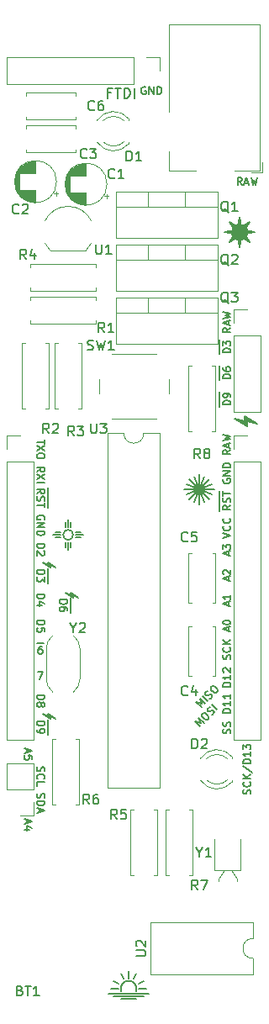
<source format=gto>
G04 #@! TF.GenerationSoftware,KiCad,Pcbnew,5.0.2-bee76a0~70~ubuntu16.04.1*
G04 #@! TF.CreationDate,2019-06-25T12:15:08-07:00*
G04 #@! TF.ProjectId,sunrise-board,73756e72-6973-4652-9d62-6f6172642e6b,v2*
G04 #@! TF.SameCoordinates,Original*
G04 #@! TF.FileFunction,Legend,Top*
G04 #@! TF.FilePolarity,Positive*
%FSLAX46Y46*%
G04 Gerber Fmt 4.6, Leading zero omitted, Abs format (unit mm)*
G04 Created by KiCad (PCBNEW 5.0.2-bee76a0~70~ubuntu16.04.1) date Tue 25 Jun 2019 12:15:08 PM PDT*
%MOMM*%
%LPD*%
G01*
G04 APERTURE LIST*
%ADD10C,0.152400*%
%ADD11C,0.150000*%
%ADD12C,1.270000*%
%ADD13C,0.762000*%
%ADD14C,0.120000*%
G04 APERTURE END LIST*
D10*
X136906000Y-143256000D02*
X136144000Y-143256000D01*
X138938000Y-143256000D02*
X139700000Y-143256000D01*
X137160002Y-143510000D02*
G75*
G02X138683999Y-143509999I761998J254000D01*
G01*
X136398000Y-144018000D02*
X139446000Y-144018000D01*
X139954000Y-143764000D02*
X135890000Y-143764000D01*
X137922000Y-142240000D02*
X137922000Y-141478000D01*
X138938000Y-142748000D02*
X139446000Y-142494000D01*
X138430000Y-142240000D02*
X138684000Y-141732000D01*
X136906000Y-142748000D02*
X136398000Y-142494000D01*
X137414000Y-142240000D02*
X137160000Y-141732000D01*
X137160000Y-144272000D02*
X138684000Y-144272000D01*
D11*
G36*
X150114000Y-68072000D02*
X148844000Y-67310000D01*
X149352000Y-66802000D01*
X150114000Y-68072000D01*
G37*
X150114000Y-68072000D02*
X148844000Y-67310000D01*
X149352000Y-66802000D01*
X150114000Y-68072000D01*
G36*
X148082000Y-68072000D02*
X148844000Y-66802000D01*
X149352000Y-67310000D01*
X148082000Y-68072000D01*
G37*
X148082000Y-68072000D02*
X148844000Y-66802000D01*
X149352000Y-67310000D01*
X148082000Y-68072000D01*
G36*
X148082000Y-66040000D02*
X149352000Y-66802000D01*
X148844000Y-67310000D01*
X148082000Y-66040000D01*
G37*
X148082000Y-66040000D02*
X149352000Y-66802000D01*
X148844000Y-67310000D01*
X148082000Y-66040000D01*
G36*
X150114000Y-66040000D02*
X149352000Y-67310000D01*
X148844000Y-66802000D01*
X150114000Y-66040000D01*
G37*
X150114000Y-66040000D02*
X149352000Y-67310000D01*
X148844000Y-66802000D01*
X150114000Y-66040000D01*
G36*
X150622000Y-67056000D02*
X149098000Y-67310000D01*
X149098000Y-66802000D01*
X150622000Y-67056000D01*
G37*
X150622000Y-67056000D02*
X149098000Y-67310000D01*
X149098000Y-66802000D01*
X150622000Y-67056000D01*
G36*
X149098000Y-68580000D02*
X148844000Y-67056000D01*
X149352000Y-67056000D01*
X149098000Y-68580000D01*
G37*
X149098000Y-68580000D02*
X148844000Y-67056000D01*
X149352000Y-67056000D01*
X149098000Y-68580000D01*
G36*
X147574000Y-67056000D02*
X149098000Y-66802000D01*
X149098000Y-67310000D01*
X147574000Y-67056000D01*
G37*
X147574000Y-67056000D02*
X149098000Y-66802000D01*
X149098000Y-67310000D01*
X147574000Y-67056000D01*
G36*
X149098000Y-65532000D02*
X149352000Y-67056000D01*
X148844000Y-67056000D01*
X149098000Y-65532000D01*
G37*
X149098000Y-65532000D02*
X149352000Y-67056000D01*
X148844000Y-67056000D01*
X149098000Y-65532000D01*
G36*
X149098000Y-65532000D02*
X149352000Y-67056000D01*
X148844000Y-67056000D01*
X149098000Y-65532000D01*
G37*
X149098000Y-65532000D02*
X149352000Y-67056000D01*
X148844000Y-67056000D01*
X149098000Y-65532000D01*
D12*
X149352000Y-67056000D02*
G75*
G03X149352000Y-67056000I-254000J0D01*
G01*
D10*
X146304000Y-93472000D02*
X143764000Y-92456000D01*
X143764000Y-93472000D02*
X146304000Y-92456000D01*
X145542000Y-91694000D02*
X144526000Y-94234000D01*
X145542000Y-94234000D02*
X144526000Y-91694000D01*
X144018000Y-91948000D02*
X146050000Y-93980000D01*
X144018000Y-93980000D02*
X146050000Y-91948000D01*
X145034000Y-91440000D02*
X145034000Y-94488000D01*
X146558000Y-92964000D02*
X143510000Y-92964000D01*
D13*
X145288000Y-92964000D02*
G75*
G03X145288000Y-92964000I-254000J0D01*
G01*
D10*
X131572000Y-98298000D02*
X131572000Y-98806000D01*
X132080000Y-98806000D02*
X132080000Y-98298000D01*
X131826000Y-98298000D02*
X131826000Y-99060000D01*
X131064000Y-97790000D02*
X130556000Y-97790000D01*
X131064000Y-97282000D02*
X130556000Y-97282000D01*
X131064000Y-97536000D02*
X130302000Y-97536000D01*
X131572000Y-96774000D02*
X131572000Y-96266000D01*
X132080000Y-96774000D02*
X132080000Y-96266000D01*
X131826000Y-96774000D02*
X131826000Y-96012000D01*
X132334000Y-97536000D02*
G75*
G03X132334000Y-97536000I-508000J0D01*
G01*
X132588000Y-97790000D02*
X133096000Y-97790000D01*
X132588000Y-97282000D02*
X133096000Y-97282000D01*
X132588000Y-97536000D02*
X133350000Y-97536000D01*
X149333857Y-62320714D02*
X149079857Y-61957857D01*
X148898428Y-62320714D02*
X148898428Y-61558714D01*
X149188714Y-61558714D01*
X149261285Y-61595000D01*
X149297571Y-61631285D01*
X149333857Y-61703857D01*
X149333857Y-61812714D01*
X149297571Y-61885285D01*
X149261285Y-61921571D01*
X149188714Y-61957857D01*
X148898428Y-61957857D01*
X149624142Y-62103000D02*
X149987000Y-62103000D01*
X149551571Y-62320714D02*
X149805571Y-61558714D01*
X150059571Y-62320714D01*
X150241000Y-61558714D02*
X150422428Y-62320714D01*
X150567571Y-61776428D01*
X150712714Y-62320714D01*
X150894142Y-61558714D01*
X127635000Y-119089714D02*
X127635000Y-119452571D01*
X127417285Y-119017142D02*
X128179285Y-119271142D01*
X127417285Y-119525142D01*
X128179285Y-120142000D02*
X128179285Y-119779142D01*
X127816428Y-119742857D01*
X127852714Y-119779142D01*
X127889000Y-119851714D01*
X127889000Y-120033142D01*
X127852714Y-120105714D01*
X127816428Y-120142000D01*
X127743857Y-120178285D01*
X127562428Y-120178285D01*
X127489857Y-120142000D01*
X127453571Y-120105714D01*
X127417285Y-120033142D01*
X127417285Y-119851714D01*
X127453571Y-119779142D01*
X127489857Y-119742857D01*
X127635000Y-126201714D02*
X127635000Y-126564571D01*
X127417285Y-126129142D02*
X128179285Y-126383142D01*
X127417285Y-126637142D01*
X127925285Y-127217714D02*
X127417285Y-127217714D01*
X128215571Y-127036285D02*
X127671285Y-126854857D01*
X127671285Y-127326571D01*
X147081240Y-84618285D02*
X147081240Y-83856285D01*
X148172714Y-84436857D02*
X147410714Y-84436857D01*
X147410714Y-84255428D01*
X147447000Y-84146571D01*
X147519571Y-84074000D01*
X147592142Y-84037714D01*
X147737285Y-84001428D01*
X147846142Y-84001428D01*
X147991285Y-84037714D01*
X148063857Y-84074000D01*
X148136428Y-84146571D01*
X148172714Y-84255428D01*
X148172714Y-84436857D01*
X147081240Y-83856285D02*
X147081240Y-83130571D01*
X148172714Y-83638571D02*
X148172714Y-83493428D01*
X148136428Y-83420857D01*
X148100142Y-83384571D01*
X147991285Y-83312000D01*
X147846142Y-83275714D01*
X147555857Y-83275714D01*
X147483285Y-83312000D01*
X147447000Y-83348285D01*
X147410714Y-83420857D01*
X147410714Y-83566000D01*
X147447000Y-83638571D01*
X147483285Y-83674857D01*
X147555857Y-83711142D01*
X147737285Y-83711142D01*
X147809857Y-83674857D01*
X147846142Y-83638571D01*
X147882428Y-83566000D01*
X147882428Y-83420857D01*
X147846142Y-83348285D01*
X147809857Y-83312000D01*
X147737285Y-83275714D01*
X147081240Y-81969428D02*
X147081240Y-81207428D01*
X148172714Y-81788000D02*
X147410714Y-81788000D01*
X147410714Y-81606571D01*
X147447000Y-81497714D01*
X147519571Y-81425142D01*
X147592142Y-81388857D01*
X147737285Y-81352571D01*
X147846142Y-81352571D01*
X147991285Y-81388857D01*
X148063857Y-81425142D01*
X148136428Y-81497714D01*
X148172714Y-81606571D01*
X148172714Y-81788000D01*
X147081240Y-81207428D02*
X147081240Y-80481714D01*
X147410714Y-80699428D02*
X147410714Y-80844571D01*
X147447000Y-80917142D01*
X147483285Y-80953428D01*
X147592142Y-81026000D01*
X147737285Y-81062285D01*
X148027571Y-81062285D01*
X148100142Y-81026000D01*
X148136428Y-80989714D01*
X148172714Y-80917142D01*
X148172714Y-80772000D01*
X148136428Y-80699428D01*
X148100142Y-80663142D01*
X148027571Y-80626857D01*
X147846142Y-80626857D01*
X147773571Y-80663142D01*
X147737285Y-80699428D01*
X147701000Y-80772000D01*
X147701000Y-80917142D01*
X147737285Y-80989714D01*
X147773571Y-81026000D01*
X147846142Y-81062285D01*
X128669142Y-108447840D02*
X129394857Y-108447840D01*
X129177142Y-108777314D02*
X129032000Y-108777314D01*
X128959428Y-108813600D01*
X128923142Y-108849885D01*
X128850571Y-108958742D01*
X128814285Y-109103885D01*
X128814285Y-109394171D01*
X128850571Y-109466742D01*
X128886857Y-109503028D01*
X128959428Y-109539314D01*
X129104571Y-109539314D01*
X129177142Y-109503028D01*
X129213428Y-109466742D01*
X129249714Y-109394171D01*
X129249714Y-109212742D01*
X129213428Y-109140171D01*
X129177142Y-109103885D01*
X129104571Y-109067600D01*
X128959428Y-109067600D01*
X128886857Y-109103885D01*
X128850571Y-109140171D01*
X128814285Y-109212742D01*
X128778000Y-111368114D02*
X129286000Y-111368114D01*
X128959428Y-112130114D01*
D11*
G36*
X148590000Y-85852000D02*
X149860000Y-86614000D01*
X149860000Y-86106000D01*
X150876000Y-86360000D01*
X149606000Y-85598000D01*
X149606000Y-86106000D01*
X148590000Y-85852000D01*
G37*
X148590000Y-85852000D02*
X149860000Y-86614000D01*
X149860000Y-86106000D01*
X150876000Y-86360000D01*
X149606000Y-85598000D01*
X149606000Y-86106000D01*
X148590000Y-85852000D01*
D10*
X147081240Y-79356857D02*
X147081240Y-78594857D01*
X148172714Y-79175428D02*
X147410714Y-79175428D01*
X147410714Y-78994000D01*
X147447000Y-78885142D01*
X147519571Y-78812571D01*
X147592142Y-78776285D01*
X147737285Y-78740000D01*
X147846142Y-78740000D01*
X147991285Y-78776285D01*
X148063857Y-78812571D01*
X148136428Y-78885142D01*
X148172714Y-78994000D01*
X148172714Y-79175428D01*
X147081240Y-78594857D02*
X147081240Y-77869142D01*
X147410714Y-78486000D02*
X147410714Y-78014285D01*
X147701000Y-78268285D01*
X147701000Y-78159428D01*
X147737285Y-78086857D01*
X147773571Y-78050571D01*
X147846142Y-78014285D01*
X148027571Y-78014285D01*
X148100142Y-78050571D01*
X148136428Y-78086857D01*
X148172714Y-78159428D01*
X148172714Y-78377142D01*
X148136428Y-78449714D01*
X148100142Y-78486000D01*
X148172714Y-76671714D02*
X147809857Y-76925714D01*
X148172714Y-77107142D02*
X147410714Y-77107142D01*
X147410714Y-76816857D01*
X147447000Y-76744285D01*
X147483285Y-76708000D01*
X147555857Y-76671714D01*
X147664714Y-76671714D01*
X147737285Y-76708000D01*
X147773571Y-76744285D01*
X147809857Y-76816857D01*
X147809857Y-77107142D01*
X147955000Y-76381428D02*
X147955000Y-76018571D01*
X148172714Y-76454000D02*
X147410714Y-76200000D01*
X148172714Y-75946000D01*
X147410714Y-75764571D02*
X148172714Y-75583142D01*
X147628428Y-75438000D01*
X148172714Y-75292857D01*
X147410714Y-75111428D01*
X150168428Y-123643571D02*
X150204714Y-123534714D01*
X150204714Y-123353285D01*
X150168428Y-123280714D01*
X150132142Y-123244428D01*
X150059571Y-123208142D01*
X149987000Y-123208142D01*
X149914428Y-123244428D01*
X149878142Y-123280714D01*
X149841857Y-123353285D01*
X149805571Y-123498428D01*
X149769285Y-123571000D01*
X149733000Y-123607285D01*
X149660428Y-123643571D01*
X149587857Y-123643571D01*
X149515285Y-123607285D01*
X149479000Y-123571000D01*
X149442714Y-123498428D01*
X149442714Y-123317000D01*
X149479000Y-123208142D01*
X150132142Y-122446142D02*
X150168428Y-122482428D01*
X150204714Y-122591285D01*
X150204714Y-122663857D01*
X150168428Y-122772714D01*
X150095857Y-122845285D01*
X150023285Y-122881571D01*
X149878142Y-122917857D01*
X149769285Y-122917857D01*
X149624142Y-122881571D01*
X149551571Y-122845285D01*
X149479000Y-122772714D01*
X149442714Y-122663857D01*
X149442714Y-122591285D01*
X149479000Y-122482428D01*
X149515285Y-122446142D01*
X150204714Y-122119571D02*
X149442714Y-122119571D01*
X150204714Y-121684142D02*
X149769285Y-122010714D01*
X149442714Y-121684142D02*
X149878142Y-122119571D01*
X149406428Y-120813285D02*
X150386142Y-121466428D01*
X150204714Y-120559285D02*
X149442714Y-120559285D01*
X149442714Y-120377857D01*
X149479000Y-120269000D01*
X149551571Y-120196428D01*
X149624142Y-120160142D01*
X149769285Y-120123857D01*
X149878142Y-120123857D01*
X150023285Y-120160142D01*
X150095857Y-120196428D01*
X150168428Y-120269000D01*
X150204714Y-120377857D01*
X150204714Y-120559285D01*
X150204714Y-119398142D02*
X150204714Y-119833571D01*
X150204714Y-119615857D02*
X149442714Y-119615857D01*
X149551571Y-119688428D01*
X149624142Y-119761000D01*
X149660428Y-119833571D01*
X149442714Y-119144142D02*
X149442714Y-118672428D01*
X149733000Y-118926428D01*
X149733000Y-118817571D01*
X149769285Y-118745000D01*
X149805571Y-118708714D01*
X149878142Y-118672428D01*
X150059571Y-118672428D01*
X150132142Y-118708714D01*
X150168428Y-118745000D01*
X150204714Y-118817571D01*
X150204714Y-119035285D01*
X150168428Y-119107857D01*
X150132142Y-119144142D01*
D11*
G36*
X130048000Y-100838000D02*
X130048000Y-100584000D01*
X130556000Y-100838000D01*
X129794000Y-100330000D01*
X129794000Y-100584000D01*
X129286000Y-100330000D01*
X130048000Y-100838000D01*
G37*
X130048000Y-100838000D02*
X130048000Y-100584000D01*
X130556000Y-100838000D01*
X129794000Y-100330000D01*
X129794000Y-100584000D01*
X129286000Y-100330000D01*
X130048000Y-100838000D01*
G36*
X132334000Y-103886000D02*
X132334000Y-103632000D01*
X132842000Y-103886000D01*
X132080000Y-103378000D01*
X132080000Y-103632000D01*
X131572000Y-103378000D01*
X132334000Y-103886000D01*
G37*
X132334000Y-103886000D02*
X132334000Y-103632000D01*
X132842000Y-103886000D01*
X132080000Y-103378000D01*
X132080000Y-103632000D01*
X131572000Y-103378000D01*
X132334000Y-103886000D01*
G36*
X130048000Y-116078000D02*
X130048000Y-115824000D01*
X130556000Y-116078000D01*
X129794000Y-115570000D01*
X129794000Y-115824000D01*
X129286000Y-115570000D01*
X130048000Y-116078000D01*
G37*
X130048000Y-116078000D02*
X130048000Y-115824000D01*
X130556000Y-116078000D01*
X129794000Y-115570000D01*
X129794000Y-115824000D01*
X129286000Y-115570000D01*
X130048000Y-116078000D01*
D10*
X128687285Y-113683142D02*
X129449285Y-113683142D01*
X129449285Y-113864571D01*
X129413000Y-113973428D01*
X129340428Y-114046000D01*
X129267857Y-114082285D01*
X129122714Y-114118571D01*
X129013857Y-114118571D01*
X128868714Y-114082285D01*
X128796142Y-114046000D01*
X128723571Y-113973428D01*
X128687285Y-113864571D01*
X128687285Y-113683142D01*
X129122714Y-114554000D02*
X129159000Y-114481428D01*
X129195285Y-114445142D01*
X129267857Y-114408857D01*
X129304142Y-114408857D01*
X129376714Y-114445142D01*
X129413000Y-114481428D01*
X129449285Y-114554000D01*
X129449285Y-114699142D01*
X129413000Y-114771714D01*
X129376714Y-114808000D01*
X129304142Y-114844285D01*
X129267857Y-114844285D01*
X129195285Y-114808000D01*
X129159000Y-114771714D01*
X129122714Y-114699142D01*
X129122714Y-114554000D01*
X129086428Y-114481428D01*
X129050142Y-114445142D01*
X128977571Y-114408857D01*
X128832428Y-114408857D01*
X128759857Y-114445142D01*
X128723571Y-114481428D01*
X128687285Y-114554000D01*
X128687285Y-114699142D01*
X128723571Y-114771714D01*
X128759857Y-114808000D01*
X128832428Y-114844285D01*
X128977571Y-114844285D01*
X129050142Y-114808000D01*
X129086428Y-114771714D01*
X129122714Y-114699142D01*
X129778760Y-116150571D02*
X129778760Y-116912571D01*
X128687285Y-116332000D02*
X129449285Y-116332000D01*
X129449285Y-116513428D01*
X129413000Y-116622285D01*
X129340428Y-116694857D01*
X129267857Y-116731142D01*
X129122714Y-116767428D01*
X129013857Y-116767428D01*
X128868714Y-116731142D01*
X128796142Y-116694857D01*
X128723571Y-116622285D01*
X128687285Y-116513428D01*
X128687285Y-116332000D01*
X129778760Y-116912571D02*
X129778760Y-117638285D01*
X128687285Y-117130285D02*
X128687285Y-117275428D01*
X128723571Y-117348000D01*
X128759857Y-117384285D01*
X128868714Y-117456857D01*
X129013857Y-117493142D01*
X129304142Y-117493142D01*
X129376714Y-117456857D01*
X129413000Y-117420571D01*
X129449285Y-117348000D01*
X129449285Y-117202857D01*
X129413000Y-117130285D01*
X129376714Y-117094000D01*
X129304142Y-117057714D01*
X129122714Y-117057714D01*
X129050142Y-117094000D01*
X129013857Y-117130285D01*
X128977571Y-117202857D01*
X128977571Y-117348000D01*
X129013857Y-117420571D01*
X129050142Y-117456857D01*
X129122714Y-117493142D01*
X128687285Y-103523142D02*
X129449285Y-103523142D01*
X129449285Y-103704571D01*
X129413000Y-103813428D01*
X129340428Y-103886000D01*
X129267857Y-103922285D01*
X129122714Y-103958571D01*
X129013857Y-103958571D01*
X128868714Y-103922285D01*
X128796142Y-103886000D01*
X128723571Y-103813428D01*
X128687285Y-103704571D01*
X128687285Y-103523142D01*
X129195285Y-104611714D02*
X128687285Y-104611714D01*
X129485571Y-104430285D02*
X128941285Y-104248857D01*
X128941285Y-104720571D01*
X128687285Y-106172000D02*
X129449285Y-106172000D01*
X129449285Y-106353428D01*
X129413000Y-106462285D01*
X129340428Y-106534857D01*
X129267857Y-106571142D01*
X129122714Y-106607428D01*
X129013857Y-106607428D01*
X128868714Y-106571142D01*
X128796142Y-106534857D01*
X128723571Y-106462285D01*
X128687285Y-106353428D01*
X128687285Y-106172000D01*
X129449285Y-107296857D02*
X129449285Y-106934000D01*
X129086428Y-106897714D01*
X129122714Y-106934000D01*
X129159000Y-107006571D01*
X129159000Y-107188000D01*
X129122714Y-107260571D01*
X129086428Y-107296857D01*
X129013857Y-107333142D01*
X128832428Y-107333142D01*
X128759857Y-107296857D01*
X128723571Y-107260571D01*
X128687285Y-107188000D01*
X128687285Y-107006571D01*
X128723571Y-106934000D01*
X128759857Y-106897714D01*
X128687285Y-98443142D02*
X129449285Y-98443142D01*
X129449285Y-98624571D01*
X129413000Y-98733428D01*
X129340428Y-98806000D01*
X129267857Y-98842285D01*
X129122714Y-98878571D01*
X129013857Y-98878571D01*
X128868714Y-98842285D01*
X128796142Y-98806000D01*
X128723571Y-98733428D01*
X128687285Y-98624571D01*
X128687285Y-98443142D01*
X129376714Y-99168857D02*
X129413000Y-99205142D01*
X129449285Y-99277714D01*
X129449285Y-99459142D01*
X129413000Y-99531714D01*
X129376714Y-99568000D01*
X129304142Y-99604285D01*
X129231571Y-99604285D01*
X129122714Y-99568000D01*
X128687285Y-99132571D01*
X128687285Y-99604285D01*
X129778760Y-100910571D02*
X129778760Y-101672571D01*
X128687285Y-101092000D02*
X129449285Y-101092000D01*
X129449285Y-101273428D01*
X129413000Y-101382285D01*
X129340428Y-101454857D01*
X129267857Y-101491142D01*
X129122714Y-101527428D01*
X129013857Y-101527428D01*
X128868714Y-101491142D01*
X128796142Y-101454857D01*
X128723571Y-101382285D01*
X128687285Y-101273428D01*
X128687285Y-101092000D01*
X129778760Y-101672571D02*
X129778760Y-102398285D01*
X129449285Y-101781428D02*
X129449285Y-102253142D01*
X129159000Y-101999142D01*
X129159000Y-102108000D01*
X129122714Y-102180571D01*
X129086428Y-102216857D01*
X129013857Y-102253142D01*
X128832428Y-102253142D01*
X128759857Y-102216857D01*
X128723571Y-102180571D01*
X128687285Y-102108000D01*
X128687285Y-101890285D01*
X128723571Y-101817714D01*
X128759857Y-101781428D01*
X129778760Y-92764428D02*
X129778760Y-93526428D01*
X128687285Y-93381285D02*
X129050142Y-93127285D01*
X128687285Y-92945857D02*
X129449285Y-92945857D01*
X129449285Y-93236142D01*
X129413000Y-93308714D01*
X129376714Y-93345000D01*
X129304142Y-93381285D01*
X129195285Y-93381285D01*
X129122714Y-93345000D01*
X129086428Y-93308714D01*
X129050142Y-93236142D01*
X129050142Y-92945857D01*
X129778760Y-93526428D02*
X129778760Y-94252142D01*
X128723571Y-93671571D02*
X128687285Y-93780428D01*
X128687285Y-93961857D01*
X128723571Y-94034428D01*
X128759857Y-94070714D01*
X128832428Y-94107000D01*
X128905000Y-94107000D01*
X128977571Y-94070714D01*
X129013857Y-94034428D01*
X129050142Y-93961857D01*
X129086428Y-93816714D01*
X129122714Y-93744142D01*
X129159000Y-93707857D01*
X129231571Y-93671571D01*
X129304142Y-93671571D01*
X129376714Y-93707857D01*
X129413000Y-93744142D01*
X129449285Y-93816714D01*
X129449285Y-93998142D01*
X129413000Y-94107000D01*
X129778760Y-94252142D02*
X129778760Y-94832714D01*
X129449285Y-94324714D02*
X129449285Y-94760142D01*
X128687285Y-94542428D02*
X129449285Y-94542428D01*
X129413000Y-95993857D02*
X129449285Y-95921285D01*
X129449285Y-95812428D01*
X129413000Y-95703571D01*
X129340428Y-95631000D01*
X129267857Y-95594714D01*
X129122714Y-95558428D01*
X129013857Y-95558428D01*
X128868714Y-95594714D01*
X128796142Y-95631000D01*
X128723571Y-95703571D01*
X128687285Y-95812428D01*
X128687285Y-95885000D01*
X128723571Y-95993857D01*
X128759857Y-96030142D01*
X129013857Y-96030142D01*
X129013857Y-95885000D01*
X128687285Y-96356714D02*
X129449285Y-96356714D01*
X128687285Y-96792142D01*
X129449285Y-96792142D01*
X128687285Y-97155000D02*
X129449285Y-97155000D01*
X129449285Y-97336428D01*
X129413000Y-97445285D01*
X129340428Y-97517857D01*
X129267857Y-97554142D01*
X129122714Y-97590428D01*
X129013857Y-97590428D01*
X128868714Y-97554142D01*
X128796142Y-97517857D01*
X128723571Y-97445285D01*
X128687285Y-97336428D01*
X128687285Y-97155000D01*
X129449285Y-87974714D02*
X129449285Y-88410142D01*
X128687285Y-88192428D02*
X129449285Y-88192428D01*
X129449285Y-88591571D02*
X128687285Y-89099571D01*
X129449285Y-89099571D02*
X128687285Y-88591571D01*
X129449285Y-89535000D02*
X129449285Y-89680142D01*
X129413000Y-89752714D01*
X129340428Y-89825285D01*
X129195285Y-89861571D01*
X128941285Y-89861571D01*
X128796142Y-89825285D01*
X128723571Y-89752714D01*
X128687285Y-89680142D01*
X128687285Y-89535000D01*
X128723571Y-89462428D01*
X128796142Y-89389857D01*
X128941285Y-89353571D01*
X129195285Y-89353571D01*
X129340428Y-89389857D01*
X129413000Y-89462428D01*
X129449285Y-89535000D01*
X128687285Y-91204142D02*
X129050142Y-90950142D01*
X128687285Y-90768714D02*
X129449285Y-90768714D01*
X129449285Y-91059000D01*
X129413000Y-91131571D01*
X129376714Y-91167857D01*
X129304142Y-91204142D01*
X129195285Y-91204142D01*
X129122714Y-91167857D01*
X129086428Y-91131571D01*
X129050142Y-91059000D01*
X129050142Y-90768714D01*
X129449285Y-91458142D02*
X128687285Y-91966142D01*
X129449285Y-91966142D02*
X128687285Y-91458142D01*
X128687285Y-92256428D02*
X129449285Y-92256428D01*
X145253361Y-114922151D02*
X144714546Y-114383336D01*
X145279019Y-114588599D01*
X145073756Y-114024126D01*
X145612572Y-114562941D01*
X145869150Y-114306362D02*
X145330335Y-113767547D01*
X146074413Y-114049783D02*
X146177045Y-113998468D01*
X146305334Y-113870178D01*
X146330992Y-113793205D01*
X146330992Y-113741889D01*
X146305334Y-113664915D01*
X146254019Y-113613600D01*
X146177045Y-113587942D01*
X146125729Y-113587942D01*
X146048756Y-113613600D01*
X145920466Y-113690573D01*
X145843493Y-113716231D01*
X145792177Y-113716231D01*
X145715203Y-113690573D01*
X145663887Y-113639257D01*
X145638230Y-113562284D01*
X145638230Y-113510968D01*
X145663887Y-113433994D01*
X145792177Y-113305705D01*
X145894808Y-113254389D01*
X146202703Y-112895179D02*
X146305334Y-112792548D01*
X146382308Y-112766890D01*
X146484939Y-112766890D01*
X146613229Y-112843863D01*
X146792834Y-113023468D01*
X146869808Y-113151758D01*
X146869808Y-113254389D01*
X146844150Y-113331363D01*
X146741518Y-113433994D01*
X146664545Y-113459652D01*
X146561913Y-113459652D01*
X146433624Y-113382679D01*
X146254019Y-113203074D01*
X146177045Y-113074784D01*
X146177045Y-112972153D01*
X146202703Y-112895179D01*
X145143032Y-116864452D02*
X144604217Y-116325637D01*
X145168690Y-116530900D01*
X144963427Y-115966427D01*
X145502243Y-116505242D01*
X145322638Y-115607216D02*
X145425269Y-115504585D01*
X145502243Y-115478927D01*
X145604874Y-115478927D01*
X145733164Y-115555901D01*
X145912769Y-115735506D01*
X145989742Y-115863795D01*
X145989742Y-115966427D01*
X145964084Y-116043400D01*
X145861453Y-116146032D01*
X145784479Y-116171690D01*
X145681848Y-116171690D01*
X145553558Y-116094716D01*
X145373953Y-115915111D01*
X145296980Y-115786821D01*
X145296980Y-115684190D01*
X145322638Y-115607216D01*
X146271979Y-115684190D02*
X146374610Y-115632874D01*
X146502900Y-115504585D01*
X146528558Y-115427611D01*
X146528558Y-115376295D01*
X146502900Y-115299322D01*
X146451584Y-115248006D01*
X146374610Y-115222348D01*
X146323295Y-115222348D01*
X146246321Y-115248006D01*
X146118032Y-115324980D01*
X146041058Y-115350638D01*
X145989742Y-115350638D01*
X145912769Y-115324980D01*
X145861453Y-115273664D01*
X145835795Y-115196690D01*
X145835795Y-115145375D01*
X145861453Y-115068401D01*
X145989742Y-114940112D01*
X146092374Y-114888796D01*
X146836452Y-115171032D02*
X146297637Y-114632217D01*
X147955000Y-102144285D02*
X147955000Y-101781428D01*
X148172714Y-102216857D02*
X147410714Y-101962857D01*
X148172714Y-101708857D01*
X147483285Y-101491142D02*
X147447000Y-101454857D01*
X147410714Y-101382285D01*
X147410714Y-101200857D01*
X147447000Y-101128285D01*
X147483285Y-101092000D01*
X147555857Y-101055714D01*
X147628428Y-101055714D01*
X147737285Y-101092000D01*
X148172714Y-101527428D01*
X148172714Y-101055714D01*
X147955000Y-99604285D02*
X147955000Y-99241428D01*
X148172714Y-99676857D02*
X147410714Y-99422857D01*
X148172714Y-99168857D01*
X147410714Y-98987428D02*
X147410714Y-98515714D01*
X147701000Y-98769714D01*
X147701000Y-98660857D01*
X147737285Y-98588285D01*
X147773571Y-98552000D01*
X147846142Y-98515714D01*
X148027571Y-98515714D01*
X148100142Y-98552000D01*
X148136428Y-98588285D01*
X148172714Y-98660857D01*
X148172714Y-98878571D01*
X148136428Y-98951142D01*
X148100142Y-98987428D01*
X147955000Y-107224285D02*
X147955000Y-106861428D01*
X148172714Y-107296857D02*
X147410714Y-107042857D01*
X148172714Y-106788857D01*
X147410714Y-106389714D02*
X147410714Y-106317142D01*
X147447000Y-106244571D01*
X147483285Y-106208285D01*
X147555857Y-106172000D01*
X147701000Y-106135714D01*
X147882428Y-106135714D01*
X148027571Y-106172000D01*
X148100142Y-106208285D01*
X148136428Y-106244571D01*
X148172714Y-106317142D01*
X148172714Y-106389714D01*
X148136428Y-106462285D01*
X148100142Y-106498571D01*
X148027571Y-106534857D01*
X147882428Y-106571142D01*
X147701000Y-106571142D01*
X147555857Y-106534857D01*
X147483285Y-106498571D01*
X147447000Y-106462285D01*
X147410714Y-106389714D01*
X147955000Y-104684285D02*
X147955000Y-104321428D01*
X148172714Y-104756857D02*
X147410714Y-104502857D01*
X148172714Y-104248857D01*
X148172714Y-103595714D02*
X148172714Y-104031142D01*
X148172714Y-103813428D02*
X147410714Y-103813428D01*
X147519571Y-103886000D01*
X147592142Y-103958571D01*
X147628428Y-104031142D01*
X148172714Y-112830428D02*
X147410714Y-112830428D01*
X147410714Y-112649000D01*
X147447000Y-112540142D01*
X147519571Y-112467571D01*
X147592142Y-112431285D01*
X147737285Y-112395000D01*
X147846142Y-112395000D01*
X147991285Y-112431285D01*
X148063857Y-112467571D01*
X148136428Y-112540142D01*
X148172714Y-112649000D01*
X148172714Y-112830428D01*
X148172714Y-111669285D02*
X148172714Y-112104714D01*
X148172714Y-111887000D02*
X147410714Y-111887000D01*
X147519571Y-111959571D01*
X147592142Y-112032142D01*
X147628428Y-112104714D01*
X147483285Y-111379000D02*
X147447000Y-111342714D01*
X147410714Y-111270142D01*
X147410714Y-111088714D01*
X147447000Y-111016142D01*
X147483285Y-110979857D01*
X147555857Y-110943571D01*
X147628428Y-110943571D01*
X147737285Y-110979857D01*
X148172714Y-111415285D01*
X148172714Y-110943571D01*
X148136428Y-110072714D02*
X148172714Y-109963857D01*
X148172714Y-109782428D01*
X148136428Y-109709857D01*
X148100142Y-109673571D01*
X148027571Y-109637285D01*
X147955000Y-109637285D01*
X147882428Y-109673571D01*
X147846142Y-109709857D01*
X147809857Y-109782428D01*
X147773571Y-109927571D01*
X147737285Y-110000142D01*
X147701000Y-110036428D01*
X147628428Y-110072714D01*
X147555857Y-110072714D01*
X147483285Y-110036428D01*
X147447000Y-110000142D01*
X147410714Y-109927571D01*
X147410714Y-109746142D01*
X147447000Y-109637285D01*
X148100142Y-108875285D02*
X148136428Y-108911571D01*
X148172714Y-109020428D01*
X148172714Y-109093000D01*
X148136428Y-109201857D01*
X148063857Y-109274428D01*
X147991285Y-109310714D01*
X147846142Y-109347000D01*
X147737285Y-109347000D01*
X147592142Y-109310714D01*
X147519571Y-109274428D01*
X147447000Y-109201857D01*
X147410714Y-109093000D01*
X147410714Y-109020428D01*
X147447000Y-108911571D01*
X147483285Y-108875285D01*
X148172714Y-108548714D02*
X147410714Y-108548714D01*
X148172714Y-108113285D02*
X147737285Y-108439857D01*
X147410714Y-108113285D02*
X147846142Y-108548714D01*
X147410714Y-97844428D02*
X148172714Y-97590428D01*
X147410714Y-97336428D01*
X148100142Y-96647000D02*
X148136428Y-96683285D01*
X148172714Y-96792142D01*
X148172714Y-96864714D01*
X148136428Y-96973571D01*
X148063857Y-97046142D01*
X147991285Y-97082428D01*
X147846142Y-97118714D01*
X147737285Y-97118714D01*
X147592142Y-97082428D01*
X147519571Y-97046142D01*
X147447000Y-96973571D01*
X147410714Y-96864714D01*
X147410714Y-96792142D01*
X147447000Y-96683285D01*
X147483285Y-96647000D01*
X148100142Y-95885000D02*
X148136428Y-95921285D01*
X148172714Y-96030142D01*
X148172714Y-96102714D01*
X148136428Y-96211571D01*
X148063857Y-96284142D01*
X147991285Y-96320428D01*
X147846142Y-96356714D01*
X147737285Y-96356714D01*
X147592142Y-96320428D01*
X147519571Y-96284142D01*
X147447000Y-96211571D01*
X147410714Y-96102714D01*
X147410714Y-96030142D01*
X147447000Y-95921285D01*
X147483285Y-95885000D01*
X147081240Y-95159285D02*
X147081240Y-94397285D01*
X148172714Y-94542428D02*
X147809857Y-94796428D01*
X148172714Y-94977857D02*
X147410714Y-94977857D01*
X147410714Y-94687571D01*
X147447000Y-94615000D01*
X147483285Y-94578714D01*
X147555857Y-94542428D01*
X147664714Y-94542428D01*
X147737285Y-94578714D01*
X147773571Y-94615000D01*
X147809857Y-94687571D01*
X147809857Y-94977857D01*
X147081240Y-94397285D02*
X147081240Y-93671571D01*
X148136428Y-94252142D02*
X148172714Y-94143285D01*
X148172714Y-93961857D01*
X148136428Y-93889285D01*
X148100142Y-93853000D01*
X148027571Y-93816714D01*
X147955000Y-93816714D01*
X147882428Y-93853000D01*
X147846142Y-93889285D01*
X147809857Y-93961857D01*
X147773571Y-94107000D01*
X147737285Y-94179571D01*
X147701000Y-94215857D01*
X147628428Y-94252142D01*
X147555857Y-94252142D01*
X147483285Y-94215857D01*
X147447000Y-94179571D01*
X147410714Y-94107000D01*
X147410714Y-93925571D01*
X147447000Y-93816714D01*
X147081240Y-93671571D02*
X147081240Y-93091000D01*
X147410714Y-93599000D02*
X147410714Y-93163571D01*
X148172714Y-93381285D02*
X147410714Y-93381285D01*
X147447000Y-91929857D02*
X147410714Y-92002428D01*
X147410714Y-92111285D01*
X147447000Y-92220142D01*
X147519571Y-92292714D01*
X147592142Y-92329000D01*
X147737285Y-92365285D01*
X147846142Y-92365285D01*
X147991285Y-92329000D01*
X148063857Y-92292714D01*
X148136428Y-92220142D01*
X148172714Y-92111285D01*
X148172714Y-92038714D01*
X148136428Y-91929857D01*
X148100142Y-91893571D01*
X147846142Y-91893571D01*
X147846142Y-92038714D01*
X148172714Y-91567000D02*
X147410714Y-91567000D01*
X148172714Y-91131571D01*
X147410714Y-91131571D01*
X148172714Y-90768714D02*
X147410714Y-90768714D01*
X147410714Y-90587285D01*
X147447000Y-90478428D01*
X147519571Y-90405857D01*
X147592142Y-90369571D01*
X147737285Y-90333285D01*
X147846142Y-90333285D01*
X147991285Y-90369571D01*
X148063857Y-90405857D01*
X148136428Y-90478428D01*
X148172714Y-90587285D01*
X148172714Y-90768714D01*
X148172714Y-88990714D02*
X147809857Y-89244714D01*
X148172714Y-89426142D02*
X147410714Y-89426142D01*
X147410714Y-89135857D01*
X147447000Y-89063285D01*
X147483285Y-89027000D01*
X147555857Y-88990714D01*
X147664714Y-88990714D01*
X147737285Y-89027000D01*
X147773571Y-89063285D01*
X147809857Y-89135857D01*
X147809857Y-89426142D01*
X147955000Y-88700428D02*
X147955000Y-88337571D01*
X148172714Y-88773000D02*
X147410714Y-88519000D01*
X148172714Y-88265000D01*
X147410714Y-88083571D02*
X148172714Y-87902142D01*
X147628428Y-87757000D01*
X148172714Y-87611857D01*
X147410714Y-87430428D01*
X148136428Y-117547571D02*
X148172714Y-117438714D01*
X148172714Y-117257285D01*
X148136428Y-117184714D01*
X148100142Y-117148428D01*
X148027571Y-117112142D01*
X147955000Y-117112142D01*
X147882428Y-117148428D01*
X147846142Y-117184714D01*
X147809857Y-117257285D01*
X147773571Y-117402428D01*
X147737285Y-117475000D01*
X147701000Y-117511285D01*
X147628428Y-117547571D01*
X147555857Y-117547571D01*
X147483285Y-117511285D01*
X147447000Y-117475000D01*
X147410714Y-117402428D01*
X147410714Y-117221000D01*
X147447000Y-117112142D01*
X148136428Y-116821857D02*
X148172714Y-116713000D01*
X148172714Y-116531571D01*
X148136428Y-116459000D01*
X148100142Y-116422714D01*
X148027571Y-116386428D01*
X147955000Y-116386428D01*
X147882428Y-116422714D01*
X147846142Y-116459000D01*
X147809857Y-116531571D01*
X147773571Y-116676714D01*
X147737285Y-116749285D01*
X147701000Y-116785571D01*
X147628428Y-116821857D01*
X147555857Y-116821857D01*
X147483285Y-116785571D01*
X147447000Y-116749285D01*
X147410714Y-116676714D01*
X147410714Y-116495285D01*
X147447000Y-116386428D01*
X148172714Y-115479285D02*
X147410714Y-115479285D01*
X147410714Y-115297857D01*
X147447000Y-115189000D01*
X147519571Y-115116428D01*
X147592142Y-115080142D01*
X147737285Y-115043857D01*
X147846142Y-115043857D01*
X147991285Y-115080142D01*
X148063857Y-115116428D01*
X148136428Y-115189000D01*
X148172714Y-115297857D01*
X148172714Y-115479285D01*
X148172714Y-114318142D02*
X148172714Y-114753571D01*
X148172714Y-114535857D02*
X147410714Y-114535857D01*
X147519571Y-114608428D01*
X147592142Y-114681000D01*
X147628428Y-114753571D01*
X148172714Y-113592428D02*
X148172714Y-114027857D01*
X148172714Y-113810142D02*
X147410714Y-113810142D01*
X147519571Y-113882714D01*
X147592142Y-113955285D01*
X147628428Y-114027857D01*
X136168190Y-53013428D02*
X135829523Y-53013428D01*
X135829523Y-53545619D02*
X135829523Y-52529619D01*
X136313333Y-52529619D01*
X136555238Y-52529619D02*
X137135809Y-52529619D01*
X136845523Y-53545619D02*
X136845523Y-52529619D01*
X137474476Y-53545619D02*
X137474476Y-52529619D01*
X137716380Y-52529619D01*
X137861523Y-52578000D01*
X137958285Y-52674761D01*
X138006666Y-52771523D01*
X138055047Y-52965047D01*
X138055047Y-53110190D01*
X138006666Y-53303714D01*
X137958285Y-53400476D01*
X137861523Y-53497238D01*
X137716380Y-53545619D01*
X137474476Y-53545619D01*
X138490476Y-53545619D02*
X138490476Y-52529619D01*
X139627428Y-52451000D02*
X139554857Y-52414714D01*
X139446000Y-52414714D01*
X139337142Y-52451000D01*
X139264571Y-52523571D01*
X139228285Y-52596142D01*
X139192000Y-52741285D01*
X139192000Y-52850142D01*
X139228285Y-52995285D01*
X139264571Y-53067857D01*
X139337142Y-53140428D01*
X139446000Y-53176714D01*
X139518571Y-53176714D01*
X139627428Y-53140428D01*
X139663714Y-53104142D01*
X139663714Y-52850142D01*
X139518571Y-52850142D01*
X139990285Y-53176714D02*
X139990285Y-52414714D01*
X140425714Y-53176714D01*
X140425714Y-52414714D01*
X140788571Y-53176714D02*
X140788571Y-52414714D01*
X140970000Y-52414714D01*
X141078857Y-52451000D01*
X141151428Y-52523571D01*
X141187714Y-52596142D01*
X141224000Y-52741285D01*
X141224000Y-52850142D01*
X141187714Y-52995285D01*
X141151428Y-53067857D01*
X141078857Y-53140428D01*
X140970000Y-53176714D01*
X140788571Y-53176714D01*
X132064760Y-103904142D02*
X132064760Y-104666142D01*
X130973285Y-104085571D02*
X131735285Y-104085571D01*
X131735285Y-104267000D01*
X131699000Y-104375857D01*
X131626428Y-104448428D01*
X131553857Y-104484714D01*
X131408714Y-104521000D01*
X131299857Y-104521000D01*
X131154714Y-104484714D01*
X131082142Y-104448428D01*
X131009571Y-104375857D01*
X130973285Y-104267000D01*
X130973285Y-104085571D01*
X132064760Y-104666142D02*
X132064760Y-105391857D01*
X131735285Y-105174142D02*
X131735285Y-105029000D01*
X131699000Y-104956428D01*
X131662714Y-104920142D01*
X131553857Y-104847571D01*
X131408714Y-104811285D01*
X131118428Y-104811285D01*
X131045857Y-104847571D01*
X131009571Y-104883857D01*
X130973285Y-104956428D01*
X130973285Y-105101571D01*
X131009571Y-105174142D01*
X131045857Y-105210428D01*
X131118428Y-105246714D01*
X131299857Y-105246714D01*
X131372428Y-105210428D01*
X131408714Y-105174142D01*
X131445000Y-105101571D01*
X131445000Y-104956428D01*
X131408714Y-104883857D01*
X131372428Y-104847571D01*
X131299857Y-104811285D01*
X128723571Y-120922142D02*
X128687285Y-121031000D01*
X128687285Y-121212428D01*
X128723571Y-121285000D01*
X128759857Y-121321285D01*
X128832428Y-121357571D01*
X128905000Y-121357571D01*
X128977571Y-121321285D01*
X129013857Y-121285000D01*
X129050142Y-121212428D01*
X129086428Y-121067285D01*
X129122714Y-120994714D01*
X129159000Y-120958428D01*
X129231571Y-120922142D01*
X129304142Y-120922142D01*
X129376714Y-120958428D01*
X129413000Y-120994714D01*
X129449285Y-121067285D01*
X129449285Y-121248714D01*
X129413000Y-121357571D01*
X128759857Y-122119571D02*
X128723571Y-122083285D01*
X128687285Y-121974428D01*
X128687285Y-121901857D01*
X128723571Y-121793000D01*
X128796142Y-121720428D01*
X128868714Y-121684142D01*
X129013857Y-121647857D01*
X129122714Y-121647857D01*
X129267857Y-121684142D01*
X129340428Y-121720428D01*
X129413000Y-121793000D01*
X129449285Y-121901857D01*
X129449285Y-121974428D01*
X129413000Y-122083285D01*
X129376714Y-122119571D01*
X128687285Y-122809000D02*
X128687285Y-122446142D01*
X129449285Y-122446142D01*
X128723571Y-123607285D02*
X128687285Y-123716142D01*
X128687285Y-123897571D01*
X128723571Y-123970142D01*
X128759857Y-124006428D01*
X128832428Y-124042714D01*
X128905000Y-124042714D01*
X128977571Y-124006428D01*
X129013857Y-123970142D01*
X129050142Y-123897571D01*
X129086428Y-123752428D01*
X129122714Y-123679857D01*
X129159000Y-123643571D01*
X129231571Y-123607285D01*
X129304142Y-123607285D01*
X129376714Y-123643571D01*
X129413000Y-123679857D01*
X129449285Y-123752428D01*
X129449285Y-123933857D01*
X129413000Y-124042714D01*
X128687285Y-124369285D02*
X129449285Y-124369285D01*
X129449285Y-124550714D01*
X129413000Y-124659571D01*
X129340428Y-124732142D01*
X129267857Y-124768428D01*
X129122714Y-124804714D01*
X129013857Y-124804714D01*
X128868714Y-124768428D01*
X128796142Y-124732142D01*
X128723571Y-124659571D01*
X128687285Y-124550714D01*
X128687285Y-124369285D01*
X128905000Y-125095000D02*
X128905000Y-125457857D01*
X128687285Y-125022428D02*
X129449285Y-125276428D01*
X128687285Y-125530428D01*
D14*
G04 #@! TO.C,Y2*
X129618000Y-112030000D02*
X129618000Y-109030000D01*
X133018000Y-112030000D02*
X133018000Y-109030000D01*
X130269039Y-113367790D02*
G75*
G02X129618000Y-112030000I1048961J1337790D01*
G01*
X130269039Y-107692210D02*
G75*
G03X129618000Y-109030000I1048961J-1337790D01*
G01*
X132366961Y-113367790D02*
G75*
G03X133018000Y-112030000I-1048961J1337790D01*
G01*
X132366961Y-107692210D02*
G75*
G02X133018000Y-109030000I-1048961J-1337790D01*
G01*
G04 #@! TO.C,Y1*
X149194000Y-128146000D02*
X149194000Y-131296000D01*
X149194000Y-131296000D02*
X146594000Y-131296000D01*
X146594000Y-131296000D02*
X146594000Y-128146000D01*
X148244000Y-131296000D02*
X148844000Y-132196000D01*
X148844000Y-132196000D02*
X148844000Y-132396000D01*
X147544000Y-131296000D02*
X146944000Y-132196000D01*
X146944000Y-132196000D02*
X146944000Y-132396000D01*
G04 #@! TO.C,U3*
X139430000Y-87316000D02*
G75*
G02X137430000Y-87316000I-1000000J0D01*
G01*
X137430000Y-87316000D02*
X135780000Y-87316000D01*
X135780000Y-87316000D02*
X135780000Y-122996000D01*
X135780000Y-122996000D02*
X141080000Y-122996000D01*
X141080000Y-122996000D02*
X141080000Y-87316000D01*
X141080000Y-87316000D02*
X139430000Y-87316000D01*
G04 #@! TO.C,U2*
X150428000Y-140192000D02*
G75*
G02X150428000Y-138192000I0J1000000D01*
G01*
X150428000Y-138192000D02*
X150428000Y-136542000D01*
X150428000Y-136542000D02*
X140148000Y-136542000D01*
X140148000Y-136542000D02*
X140148000Y-141842000D01*
X140148000Y-141842000D02*
X150428000Y-141842000D01*
X150428000Y-141842000D02*
X150428000Y-140192000D01*
G04 #@! TO.C,U1*
X130026000Y-68906000D02*
X133626000Y-68906000D01*
X129501816Y-68178795D02*
G75*
G03X130026000Y-68906000I2324184J1122795D01*
G01*
X129469600Y-65957193D02*
G75*
G02X131826000Y-64456000I2356400J-1098807D01*
G01*
X134182400Y-65957193D02*
G75*
G03X131826000Y-64456000I-2356400J-1098807D01*
G01*
X134150184Y-68178795D02*
G75*
G02X133626000Y-68906000I-2324184J1122795D01*
G01*
G04 #@! TO.C,R8*
X146328000Y-80550000D02*
X146658000Y-80550000D01*
X146658000Y-80550000D02*
X146658000Y-87090000D01*
X146658000Y-87090000D02*
X146328000Y-87090000D01*
X144248000Y-80550000D02*
X143918000Y-80550000D01*
X143918000Y-80550000D02*
X143918000Y-87090000D01*
X143918000Y-87090000D02*
X144248000Y-87090000D01*
G04 #@! TO.C,R7*
X144372000Y-125254000D02*
X144042000Y-125254000D01*
X144372000Y-131794000D02*
X144372000Y-125254000D01*
X144042000Y-131794000D02*
X144372000Y-131794000D01*
X141632000Y-125254000D02*
X141962000Y-125254000D01*
X141632000Y-131794000D02*
X141632000Y-125254000D01*
X141962000Y-131794000D02*
X141632000Y-131794000D01*
G04 #@! TO.C,R6*
X130532000Y-124682000D02*
X130202000Y-124682000D01*
X130202000Y-124682000D02*
X130202000Y-118142000D01*
X130202000Y-118142000D02*
X130532000Y-118142000D01*
X132612000Y-124682000D02*
X132942000Y-124682000D01*
X132942000Y-124682000D02*
X132942000Y-118142000D01*
X132942000Y-118142000D02*
X132612000Y-118142000D01*
G04 #@! TO.C,R5*
X140816000Y-125254000D02*
X140486000Y-125254000D01*
X140816000Y-131794000D02*
X140816000Y-125254000D01*
X140486000Y-131794000D02*
X140816000Y-131794000D01*
X138076000Y-125254000D02*
X138406000Y-125254000D01*
X138076000Y-131794000D02*
X138076000Y-125254000D01*
X138406000Y-131794000D02*
X138076000Y-131794000D01*
G04 #@! TO.C,R4*
X134588000Y-72998000D02*
X134588000Y-72668000D01*
X128048000Y-72998000D02*
X134588000Y-72998000D01*
X128048000Y-72668000D02*
X128048000Y-72998000D01*
X134588000Y-70258000D02*
X134588000Y-70588000D01*
X128048000Y-70258000D02*
X134588000Y-70258000D01*
X128048000Y-70588000D02*
X128048000Y-70258000D01*
G04 #@! TO.C,R3*
X130456000Y-84804000D02*
X130786000Y-84804000D01*
X130456000Y-78264000D02*
X130456000Y-84804000D01*
X130786000Y-78264000D02*
X130456000Y-78264000D01*
X133196000Y-84804000D02*
X132866000Y-84804000D01*
X133196000Y-78264000D02*
X133196000Y-84804000D01*
X132866000Y-78264000D02*
X133196000Y-78264000D01*
G04 #@! TO.C,R2*
X127154000Y-84804000D02*
X127484000Y-84804000D01*
X127154000Y-78264000D02*
X127154000Y-84804000D01*
X127484000Y-78264000D02*
X127154000Y-78264000D01*
X129894000Y-84804000D02*
X129564000Y-84804000D01*
X129894000Y-78264000D02*
X129894000Y-84804000D01*
X129564000Y-78264000D02*
X129894000Y-78264000D01*
G04 #@! TO.C,R1*
X134588000Y-75970000D02*
X134588000Y-76300000D01*
X134588000Y-76300000D02*
X128048000Y-76300000D01*
X128048000Y-76300000D02*
X128048000Y-75970000D01*
X134588000Y-73890000D02*
X134588000Y-73560000D01*
X134588000Y-73560000D02*
X128048000Y-73560000D01*
X128048000Y-73560000D02*
X128048000Y-73890000D01*
G04 #@! TO.C,Q3*
X136612000Y-73692000D02*
X146852000Y-73692000D01*
X136612000Y-78333000D02*
X146852000Y-78333000D01*
X136612000Y-73692000D02*
X136612000Y-78333000D01*
X146852000Y-73692000D02*
X146852000Y-78333000D01*
X136612000Y-75202000D02*
X146852000Y-75202000D01*
X139882000Y-73692000D02*
X139882000Y-75202000D01*
X143583000Y-73692000D02*
X143583000Y-75202000D01*
G04 #@! TO.C,Q2*
X143583000Y-68358000D02*
X143583000Y-69868000D01*
X139882000Y-68358000D02*
X139882000Y-69868000D01*
X136612000Y-69868000D02*
X146852000Y-69868000D01*
X146852000Y-68358000D02*
X146852000Y-72999000D01*
X136612000Y-68358000D02*
X136612000Y-72999000D01*
X136612000Y-72999000D02*
X146852000Y-72999000D01*
X136612000Y-68358000D02*
X146852000Y-68358000D01*
G04 #@! TO.C,Q1*
X136612000Y-63024000D02*
X146852000Y-63024000D01*
X136612000Y-67665000D02*
X146852000Y-67665000D01*
X136612000Y-63024000D02*
X136612000Y-67665000D01*
X146852000Y-63024000D02*
X146852000Y-67665000D01*
X136612000Y-64534000D02*
X146852000Y-64534000D01*
X139882000Y-63024000D02*
X139882000Y-64534000D01*
X143583000Y-63024000D02*
X143583000Y-64534000D01*
G04 #@! TO.C,J6*
X128330000Y-120590000D02*
X125670000Y-120590000D01*
X128330000Y-123190000D02*
X128330000Y-120590000D01*
X125670000Y-123190000D02*
X125670000Y-120590000D01*
X128330000Y-123190000D02*
X125670000Y-123190000D01*
X128330000Y-124460000D02*
X128330000Y-125790000D01*
X128330000Y-125790000D02*
X127000000Y-125790000D01*
G04 #@! TO.C,J5*
X148530000Y-85150000D02*
X151190000Y-85150000D01*
X148530000Y-77470000D02*
X148530000Y-85150000D01*
X151190000Y-77470000D02*
X151190000Y-85150000D01*
X148530000Y-77470000D02*
X151190000Y-77470000D01*
X148530000Y-76200000D02*
X148530000Y-74870000D01*
X148530000Y-74870000D02*
X149860000Y-74870000D01*
G04 #@! TO.C,J4*
X148530000Y-87570000D02*
X149860000Y-87570000D01*
X148530000Y-88900000D02*
X148530000Y-87570000D01*
X148530000Y-90170000D02*
X151190000Y-90170000D01*
X151190000Y-90170000D02*
X151190000Y-118170000D01*
X148530000Y-90170000D02*
X148530000Y-118170000D01*
X148530000Y-118170000D02*
X151190000Y-118170000D01*
G04 #@! TO.C,J3*
X125670000Y-49470000D02*
X125670000Y-52130000D01*
X138430000Y-49470000D02*
X125670000Y-49470000D01*
X138430000Y-52130000D02*
X125670000Y-52130000D01*
X138430000Y-49470000D02*
X138430000Y-52130000D01*
X139700000Y-49470000D02*
X141030000Y-49470000D01*
X141030000Y-49470000D02*
X141030000Y-50800000D01*
G04 #@! TO.C,J2*
X125670000Y-118170000D02*
X128330000Y-118170000D01*
X125670000Y-90170000D02*
X125670000Y-118170000D01*
X128330000Y-90170000D02*
X128330000Y-118170000D01*
X125670000Y-90170000D02*
X128330000Y-90170000D01*
X125670000Y-88900000D02*
X125670000Y-87570000D01*
X125670000Y-87570000D02*
X127000000Y-87570000D01*
G04 #@! TO.C,J1*
X150308000Y-61044000D02*
X151358000Y-61044000D01*
X151358000Y-59994000D02*
X151358000Y-61044000D01*
X141958000Y-54944000D02*
X141958000Y-46144000D01*
X141958000Y-46144000D02*
X151158000Y-46144000D01*
X144658000Y-60844000D02*
X141958000Y-60844000D01*
X141958000Y-60844000D02*
X141958000Y-58944000D01*
X151158000Y-46144000D02*
X151158000Y-60844000D01*
X151158000Y-60844000D02*
X148558000Y-60844000D01*
G04 #@! TO.C,D2*
X145139665Y-122236608D02*
G75*
G03X148372000Y-122393516I1672335J1078608D01*
G01*
X145139665Y-120079392D02*
G75*
G02X148372000Y-119922484I1672335J-1078608D01*
G01*
X145770870Y-122237837D02*
G75*
G03X147852961Y-122238000I1041130J1079837D01*
G01*
X145770870Y-120078163D02*
G75*
G02X147852961Y-120078000I1041130J-1079837D01*
G01*
X148372000Y-122394000D02*
X148372000Y-122238000D01*
X148372000Y-120078000D02*
X148372000Y-119922000D01*
G04 #@! TO.C,D1*
X137958000Y-55816000D02*
X137958000Y-55660000D01*
X137958000Y-58132000D02*
X137958000Y-57976000D01*
X135356870Y-55816163D02*
G75*
G02X137438961Y-55816000I1041130J-1079837D01*
G01*
X135356870Y-57975837D02*
G75*
G03X137438961Y-57976000I1041130J1079837D01*
G01*
X134725665Y-55817392D02*
G75*
G02X137958000Y-55660484I1672335J-1078608D01*
G01*
X134725665Y-57974608D02*
G75*
G03X137958000Y-58131516I1672335J1078608D01*
G01*
G04 #@! TO.C,C6*
X127618000Y-53301000D02*
X127618000Y-52986000D01*
X127618000Y-55726000D02*
X127618000Y-55411000D01*
X132558000Y-53301000D02*
X132558000Y-52986000D01*
X132558000Y-55726000D02*
X132558000Y-55411000D01*
X132558000Y-52986000D02*
X127618000Y-52986000D01*
X132558000Y-55726000D02*
X127618000Y-55726000D01*
G04 #@! TO.C,C5*
X143918000Y-104364000D02*
X143918000Y-99424000D01*
X146658000Y-104364000D02*
X146658000Y-99424000D01*
X143918000Y-104364000D02*
X144233000Y-104364000D01*
X146343000Y-104364000D02*
X146658000Y-104364000D01*
X143918000Y-99424000D02*
X144233000Y-99424000D01*
X146343000Y-99424000D02*
X146658000Y-99424000D01*
G04 #@! TO.C,C4*
X143918000Y-111730000D02*
X143918000Y-106790000D01*
X146658000Y-111730000D02*
X146658000Y-106790000D01*
X143918000Y-111730000D02*
X144233000Y-111730000D01*
X146343000Y-111730000D02*
X146658000Y-111730000D01*
X143918000Y-106790000D02*
X144233000Y-106790000D01*
X146343000Y-106790000D02*
X146658000Y-106790000D01*
G04 #@! TO.C,C3*
X127618000Y-56603000D02*
X127618000Y-56288000D01*
X127618000Y-59028000D02*
X127618000Y-58713000D01*
X132558000Y-56603000D02*
X132558000Y-56288000D01*
X132558000Y-59028000D02*
X132558000Y-58713000D01*
X132558000Y-56288000D02*
X127618000Y-56288000D01*
X132558000Y-59028000D02*
X127618000Y-59028000D01*
G04 #@! TO.C,C2*
X130605801Y-63371000D02*
X130605801Y-62971000D01*
X130805801Y-63171000D02*
X130405801Y-63171000D01*
X126455000Y-62346000D02*
X126455000Y-61606000D01*
X126495000Y-62513000D02*
X126495000Y-61439000D01*
X126535000Y-62640000D02*
X126535000Y-61312000D01*
X126575000Y-62744000D02*
X126575000Y-61208000D01*
X126615000Y-62835000D02*
X126615000Y-61117000D01*
X126655000Y-62916000D02*
X126655000Y-61036000D01*
X126695000Y-62989000D02*
X126695000Y-60963000D01*
X126735000Y-63056000D02*
X126735000Y-60896000D01*
X126775000Y-63118000D02*
X126775000Y-60834000D01*
X126815000Y-63176000D02*
X126815000Y-60776000D01*
X126855000Y-63230000D02*
X126855000Y-60722000D01*
X126895000Y-63280000D02*
X126895000Y-60672000D01*
X126935000Y-63327000D02*
X126935000Y-60625000D01*
X126975000Y-61136000D02*
X126975000Y-60580000D01*
X126975000Y-63372000D02*
X126975000Y-62816000D01*
X127015000Y-61136000D02*
X127015000Y-60538000D01*
X127015000Y-63414000D02*
X127015000Y-62816000D01*
X127055000Y-61136000D02*
X127055000Y-60498000D01*
X127055000Y-63454000D02*
X127055000Y-62816000D01*
X127095000Y-61136000D02*
X127095000Y-60460000D01*
X127095000Y-63492000D02*
X127095000Y-62816000D01*
X127135000Y-61136000D02*
X127135000Y-60424000D01*
X127135000Y-63528000D02*
X127135000Y-62816000D01*
X127175000Y-61136000D02*
X127175000Y-60389000D01*
X127175000Y-63563000D02*
X127175000Y-62816000D01*
X127215000Y-61136000D02*
X127215000Y-60357000D01*
X127215000Y-63595000D02*
X127215000Y-62816000D01*
X127255000Y-61136000D02*
X127255000Y-60326000D01*
X127255000Y-63626000D02*
X127255000Y-62816000D01*
X127295000Y-61136000D02*
X127295000Y-60296000D01*
X127295000Y-63656000D02*
X127295000Y-62816000D01*
X127335000Y-61136000D02*
X127335000Y-60268000D01*
X127335000Y-63684000D02*
X127335000Y-62816000D01*
X127375000Y-61136000D02*
X127375000Y-60241000D01*
X127375000Y-63711000D02*
X127375000Y-62816000D01*
X127415000Y-61136000D02*
X127415000Y-60216000D01*
X127415000Y-63736000D02*
X127415000Y-62816000D01*
X127455000Y-61136000D02*
X127455000Y-60191000D01*
X127455000Y-63761000D02*
X127455000Y-62816000D01*
X127495000Y-61136000D02*
X127495000Y-60168000D01*
X127495000Y-63784000D02*
X127495000Y-62816000D01*
X127535000Y-61136000D02*
X127535000Y-60146000D01*
X127535000Y-63806000D02*
X127535000Y-62816000D01*
X127575000Y-61136000D02*
X127575000Y-60125000D01*
X127575000Y-63827000D02*
X127575000Y-62816000D01*
X127615000Y-61136000D02*
X127615000Y-60106000D01*
X127615000Y-63846000D02*
X127615000Y-62816000D01*
X127655000Y-61136000D02*
X127655000Y-60087000D01*
X127655000Y-63865000D02*
X127655000Y-62816000D01*
X127695000Y-61136000D02*
X127695000Y-60069000D01*
X127695000Y-63883000D02*
X127695000Y-62816000D01*
X127735000Y-61136000D02*
X127735000Y-60052000D01*
X127735000Y-63900000D02*
X127735000Y-62816000D01*
X127775000Y-61136000D02*
X127775000Y-60036000D01*
X127775000Y-63916000D02*
X127775000Y-62816000D01*
X127815000Y-61136000D02*
X127815000Y-60022000D01*
X127815000Y-63930000D02*
X127815000Y-62816000D01*
X127856000Y-61136000D02*
X127856000Y-60008000D01*
X127856000Y-63944000D02*
X127856000Y-62816000D01*
X127896000Y-61136000D02*
X127896000Y-59994000D01*
X127896000Y-63958000D02*
X127896000Y-62816000D01*
X127936000Y-61136000D02*
X127936000Y-59982000D01*
X127936000Y-63970000D02*
X127936000Y-62816000D01*
X127976000Y-61136000D02*
X127976000Y-59971000D01*
X127976000Y-63981000D02*
X127976000Y-62816000D01*
X128016000Y-61136000D02*
X128016000Y-59960000D01*
X128016000Y-63992000D02*
X128016000Y-62816000D01*
X128056000Y-61136000D02*
X128056000Y-59951000D01*
X128056000Y-64001000D02*
X128056000Y-62816000D01*
X128096000Y-61136000D02*
X128096000Y-59942000D01*
X128096000Y-64010000D02*
X128096000Y-62816000D01*
X128136000Y-61136000D02*
X128136000Y-59934000D01*
X128136000Y-64018000D02*
X128136000Y-62816000D01*
X128176000Y-61136000D02*
X128176000Y-59926000D01*
X128176000Y-64026000D02*
X128176000Y-62816000D01*
X128216000Y-61136000D02*
X128216000Y-59920000D01*
X128216000Y-64032000D02*
X128216000Y-62816000D01*
X128256000Y-61136000D02*
X128256000Y-59914000D01*
X128256000Y-64038000D02*
X128256000Y-62816000D01*
X128296000Y-61136000D02*
X128296000Y-59909000D01*
X128296000Y-64043000D02*
X128296000Y-62816000D01*
X128336000Y-61136000D02*
X128336000Y-59905000D01*
X128336000Y-64047000D02*
X128336000Y-62816000D01*
X128376000Y-61136000D02*
X128376000Y-59902000D01*
X128376000Y-64050000D02*
X128376000Y-62816000D01*
X128416000Y-61136000D02*
X128416000Y-59899000D01*
X128416000Y-64053000D02*
X128416000Y-62816000D01*
X128456000Y-64055000D02*
X128456000Y-62816000D01*
X128456000Y-61136000D02*
X128456000Y-59897000D01*
X128496000Y-64056000D02*
X128496000Y-62816000D01*
X128496000Y-61136000D02*
X128496000Y-59896000D01*
X128536000Y-64056000D02*
X128536000Y-62816000D01*
X128536000Y-61136000D02*
X128536000Y-59896000D01*
X130656000Y-61976000D02*
G75*
G03X130656000Y-61976000I-2120000J0D01*
G01*
G04 #@! TO.C,C1*
X135736000Y-62230000D02*
G75*
G03X135736000Y-62230000I-2120000J0D01*
G01*
X133616000Y-61390000D02*
X133616000Y-60150000D01*
X133616000Y-64310000D02*
X133616000Y-63070000D01*
X133576000Y-61390000D02*
X133576000Y-60150000D01*
X133576000Y-64310000D02*
X133576000Y-63070000D01*
X133536000Y-61390000D02*
X133536000Y-60151000D01*
X133536000Y-64309000D02*
X133536000Y-63070000D01*
X133496000Y-64307000D02*
X133496000Y-63070000D01*
X133496000Y-61390000D02*
X133496000Y-60153000D01*
X133456000Y-64304000D02*
X133456000Y-63070000D01*
X133456000Y-61390000D02*
X133456000Y-60156000D01*
X133416000Y-64301000D02*
X133416000Y-63070000D01*
X133416000Y-61390000D02*
X133416000Y-60159000D01*
X133376000Y-64297000D02*
X133376000Y-63070000D01*
X133376000Y-61390000D02*
X133376000Y-60163000D01*
X133336000Y-64292000D02*
X133336000Y-63070000D01*
X133336000Y-61390000D02*
X133336000Y-60168000D01*
X133296000Y-64286000D02*
X133296000Y-63070000D01*
X133296000Y-61390000D02*
X133296000Y-60174000D01*
X133256000Y-64280000D02*
X133256000Y-63070000D01*
X133256000Y-61390000D02*
X133256000Y-60180000D01*
X133216000Y-64272000D02*
X133216000Y-63070000D01*
X133216000Y-61390000D02*
X133216000Y-60188000D01*
X133176000Y-64264000D02*
X133176000Y-63070000D01*
X133176000Y-61390000D02*
X133176000Y-60196000D01*
X133136000Y-64255000D02*
X133136000Y-63070000D01*
X133136000Y-61390000D02*
X133136000Y-60205000D01*
X133096000Y-64246000D02*
X133096000Y-63070000D01*
X133096000Y-61390000D02*
X133096000Y-60214000D01*
X133056000Y-64235000D02*
X133056000Y-63070000D01*
X133056000Y-61390000D02*
X133056000Y-60225000D01*
X133016000Y-64224000D02*
X133016000Y-63070000D01*
X133016000Y-61390000D02*
X133016000Y-60236000D01*
X132976000Y-64212000D02*
X132976000Y-63070000D01*
X132976000Y-61390000D02*
X132976000Y-60248000D01*
X132936000Y-64198000D02*
X132936000Y-63070000D01*
X132936000Y-61390000D02*
X132936000Y-60262000D01*
X132895000Y-64184000D02*
X132895000Y-63070000D01*
X132895000Y-61390000D02*
X132895000Y-60276000D01*
X132855000Y-64170000D02*
X132855000Y-63070000D01*
X132855000Y-61390000D02*
X132855000Y-60290000D01*
X132815000Y-64154000D02*
X132815000Y-63070000D01*
X132815000Y-61390000D02*
X132815000Y-60306000D01*
X132775000Y-64137000D02*
X132775000Y-63070000D01*
X132775000Y-61390000D02*
X132775000Y-60323000D01*
X132735000Y-64119000D02*
X132735000Y-63070000D01*
X132735000Y-61390000D02*
X132735000Y-60341000D01*
X132695000Y-64100000D02*
X132695000Y-63070000D01*
X132695000Y-61390000D02*
X132695000Y-60360000D01*
X132655000Y-64081000D02*
X132655000Y-63070000D01*
X132655000Y-61390000D02*
X132655000Y-60379000D01*
X132615000Y-64060000D02*
X132615000Y-63070000D01*
X132615000Y-61390000D02*
X132615000Y-60400000D01*
X132575000Y-64038000D02*
X132575000Y-63070000D01*
X132575000Y-61390000D02*
X132575000Y-60422000D01*
X132535000Y-64015000D02*
X132535000Y-63070000D01*
X132535000Y-61390000D02*
X132535000Y-60445000D01*
X132495000Y-63990000D02*
X132495000Y-63070000D01*
X132495000Y-61390000D02*
X132495000Y-60470000D01*
X132455000Y-63965000D02*
X132455000Y-63070000D01*
X132455000Y-61390000D02*
X132455000Y-60495000D01*
X132415000Y-63938000D02*
X132415000Y-63070000D01*
X132415000Y-61390000D02*
X132415000Y-60522000D01*
X132375000Y-63910000D02*
X132375000Y-63070000D01*
X132375000Y-61390000D02*
X132375000Y-60550000D01*
X132335000Y-63880000D02*
X132335000Y-63070000D01*
X132335000Y-61390000D02*
X132335000Y-60580000D01*
X132295000Y-63849000D02*
X132295000Y-63070000D01*
X132295000Y-61390000D02*
X132295000Y-60611000D01*
X132255000Y-63817000D02*
X132255000Y-63070000D01*
X132255000Y-61390000D02*
X132255000Y-60643000D01*
X132215000Y-63782000D02*
X132215000Y-63070000D01*
X132215000Y-61390000D02*
X132215000Y-60678000D01*
X132175000Y-63746000D02*
X132175000Y-63070000D01*
X132175000Y-61390000D02*
X132175000Y-60714000D01*
X132135000Y-63708000D02*
X132135000Y-63070000D01*
X132135000Y-61390000D02*
X132135000Y-60752000D01*
X132095000Y-63668000D02*
X132095000Y-63070000D01*
X132095000Y-61390000D02*
X132095000Y-60792000D01*
X132055000Y-63626000D02*
X132055000Y-63070000D01*
X132055000Y-61390000D02*
X132055000Y-60834000D01*
X132015000Y-63581000D02*
X132015000Y-60879000D01*
X131975000Y-63534000D02*
X131975000Y-60926000D01*
X131935000Y-63484000D02*
X131935000Y-60976000D01*
X131895000Y-63430000D02*
X131895000Y-61030000D01*
X131855000Y-63372000D02*
X131855000Y-61088000D01*
X131815000Y-63310000D02*
X131815000Y-61150000D01*
X131775000Y-63243000D02*
X131775000Y-61217000D01*
X131735000Y-63170000D02*
X131735000Y-61290000D01*
X131695000Y-63089000D02*
X131695000Y-61371000D01*
X131655000Y-62998000D02*
X131655000Y-61462000D01*
X131615000Y-62894000D02*
X131615000Y-61566000D01*
X131575000Y-62767000D02*
X131575000Y-61693000D01*
X131535000Y-62600000D02*
X131535000Y-61860000D01*
X135885801Y-63425000D02*
X135485801Y-63425000D01*
X135685801Y-63625000D02*
X135685801Y-63225000D01*
G04 #@! TO.C,SW1*
X136232000Y-85836000D02*
X140732000Y-85836000D01*
X134982000Y-81836000D02*
X134982000Y-83336000D01*
X140732000Y-79336000D02*
X136232000Y-79336000D01*
X141982000Y-83336000D02*
X141982000Y-81836000D01*
G04 #@! TO.C,BT1*
D11*
X126976285Y-143438571D02*
X127119142Y-143486190D01*
X127166761Y-143533809D01*
X127214380Y-143629047D01*
X127214380Y-143771904D01*
X127166761Y-143867142D01*
X127119142Y-143914761D01*
X127023904Y-143962380D01*
X126642952Y-143962380D01*
X126642952Y-142962380D01*
X126976285Y-142962380D01*
X127071523Y-143010000D01*
X127119142Y-143057619D01*
X127166761Y-143152857D01*
X127166761Y-143248095D01*
X127119142Y-143343333D01*
X127071523Y-143390952D01*
X126976285Y-143438571D01*
X126642952Y-143438571D01*
X127500095Y-142962380D02*
X128071523Y-142962380D01*
X127785809Y-143962380D02*
X127785809Y-142962380D01*
X128928666Y-143962380D02*
X128357238Y-143962380D01*
X128642952Y-143962380D02*
X128642952Y-142962380D01*
X128547714Y-143105238D01*
X128452476Y-143200476D01*
X128357238Y-143248095D01*
G04 #@! TO.C,Y2*
X132365809Y-106910190D02*
X132365809Y-107386380D01*
X132032476Y-106386380D02*
X132365809Y-106910190D01*
X132699142Y-106386380D01*
X132984857Y-106481619D02*
X133032476Y-106434000D01*
X133127714Y-106386380D01*
X133365809Y-106386380D01*
X133461047Y-106434000D01*
X133508666Y-106481619D01*
X133556285Y-106576857D01*
X133556285Y-106672095D01*
X133508666Y-106814952D01*
X132937238Y-107386380D01*
X133556285Y-107386380D01*
G04 #@! TO.C,Y1*
X145065809Y-129516190D02*
X145065809Y-129992380D01*
X144732476Y-128992380D02*
X145065809Y-129516190D01*
X145399142Y-128992380D01*
X146256285Y-129992380D02*
X145684857Y-129992380D01*
X145970571Y-129992380D02*
X145970571Y-128992380D01*
X145875333Y-129135238D01*
X145780095Y-129230476D01*
X145684857Y-129278095D01*
G04 #@! TO.C,U3*
X134112095Y-86320380D02*
X134112095Y-87129904D01*
X134159714Y-87225142D01*
X134207333Y-87272761D01*
X134302571Y-87320380D01*
X134493047Y-87320380D01*
X134588285Y-87272761D01*
X134635904Y-87225142D01*
X134683523Y-87129904D01*
X134683523Y-86320380D01*
X135064476Y-86320380D02*
X135683523Y-86320380D01*
X135350190Y-86701333D01*
X135493047Y-86701333D01*
X135588285Y-86748952D01*
X135635904Y-86796571D01*
X135683523Y-86891809D01*
X135683523Y-87129904D01*
X135635904Y-87225142D01*
X135588285Y-87272761D01*
X135493047Y-87320380D01*
X135207333Y-87320380D01*
X135112095Y-87272761D01*
X135064476Y-87225142D01*
G04 #@! TO.C,U2*
X138644380Y-139953904D02*
X139453904Y-139953904D01*
X139549142Y-139906285D01*
X139596761Y-139858666D01*
X139644380Y-139763428D01*
X139644380Y-139572952D01*
X139596761Y-139477714D01*
X139549142Y-139430095D01*
X139453904Y-139382476D01*
X138644380Y-139382476D01*
X138739619Y-138953904D02*
X138692000Y-138906285D01*
X138644380Y-138811047D01*
X138644380Y-138572952D01*
X138692000Y-138477714D01*
X138739619Y-138430095D01*
X138834857Y-138382476D01*
X138930095Y-138382476D01*
X139072952Y-138430095D01*
X139644380Y-139001523D01*
X139644380Y-138382476D01*
G04 #@! TO.C,U1*
X134620095Y-68286380D02*
X134620095Y-69095904D01*
X134667714Y-69191142D01*
X134715333Y-69238761D01*
X134810571Y-69286380D01*
X135001047Y-69286380D01*
X135096285Y-69238761D01*
X135143904Y-69191142D01*
X135191523Y-69095904D01*
X135191523Y-68286380D01*
X136191523Y-69286380D02*
X135620095Y-69286380D01*
X135905809Y-69286380D02*
X135905809Y-68286380D01*
X135810571Y-68429238D01*
X135715333Y-68524476D01*
X135620095Y-68572095D01*
G04 #@! TO.C,R8*
X145121333Y-89860380D02*
X144788000Y-89384190D01*
X144549904Y-89860380D02*
X144549904Y-88860380D01*
X144930857Y-88860380D01*
X145026095Y-88908000D01*
X145073714Y-88955619D01*
X145121333Y-89050857D01*
X145121333Y-89193714D01*
X145073714Y-89288952D01*
X145026095Y-89336571D01*
X144930857Y-89384190D01*
X144549904Y-89384190D01*
X145692761Y-89288952D02*
X145597523Y-89241333D01*
X145549904Y-89193714D01*
X145502285Y-89098476D01*
X145502285Y-89050857D01*
X145549904Y-88955619D01*
X145597523Y-88908000D01*
X145692761Y-88860380D01*
X145883238Y-88860380D01*
X145978476Y-88908000D01*
X146026095Y-88955619D01*
X146073714Y-89050857D01*
X146073714Y-89098476D01*
X146026095Y-89193714D01*
X145978476Y-89241333D01*
X145883238Y-89288952D01*
X145692761Y-89288952D01*
X145597523Y-89336571D01*
X145549904Y-89384190D01*
X145502285Y-89479428D01*
X145502285Y-89669904D01*
X145549904Y-89765142D01*
X145597523Y-89812761D01*
X145692761Y-89860380D01*
X145883238Y-89860380D01*
X145978476Y-89812761D01*
X146026095Y-89765142D01*
X146073714Y-89669904D01*
X146073714Y-89479428D01*
X146026095Y-89384190D01*
X145978476Y-89336571D01*
X145883238Y-89288952D01*
G04 #@! TO.C,R7*
X144867333Y-133294380D02*
X144534000Y-132818190D01*
X144295904Y-133294380D02*
X144295904Y-132294380D01*
X144676857Y-132294380D01*
X144772095Y-132342000D01*
X144819714Y-132389619D01*
X144867333Y-132484857D01*
X144867333Y-132627714D01*
X144819714Y-132722952D01*
X144772095Y-132770571D01*
X144676857Y-132818190D01*
X144295904Y-132818190D01*
X145200666Y-132294380D02*
X145867333Y-132294380D01*
X145438761Y-133294380D01*
G04 #@! TO.C,R6*
X133945333Y-124658380D02*
X133612000Y-124182190D01*
X133373904Y-124658380D02*
X133373904Y-123658380D01*
X133754857Y-123658380D01*
X133850095Y-123706000D01*
X133897714Y-123753619D01*
X133945333Y-123848857D01*
X133945333Y-123991714D01*
X133897714Y-124086952D01*
X133850095Y-124134571D01*
X133754857Y-124182190D01*
X133373904Y-124182190D01*
X134802476Y-123658380D02*
X134612000Y-123658380D01*
X134516761Y-123706000D01*
X134469142Y-123753619D01*
X134373904Y-123896476D01*
X134326285Y-124086952D01*
X134326285Y-124467904D01*
X134373904Y-124563142D01*
X134421523Y-124610761D01*
X134516761Y-124658380D01*
X134707238Y-124658380D01*
X134802476Y-124610761D01*
X134850095Y-124563142D01*
X134897714Y-124467904D01*
X134897714Y-124229809D01*
X134850095Y-124134571D01*
X134802476Y-124086952D01*
X134707238Y-124039333D01*
X134516761Y-124039333D01*
X134421523Y-124086952D01*
X134373904Y-124134571D01*
X134326285Y-124229809D01*
G04 #@! TO.C,R5*
X136739333Y-126182380D02*
X136406000Y-125706190D01*
X136167904Y-126182380D02*
X136167904Y-125182380D01*
X136548857Y-125182380D01*
X136644095Y-125230000D01*
X136691714Y-125277619D01*
X136739333Y-125372857D01*
X136739333Y-125515714D01*
X136691714Y-125610952D01*
X136644095Y-125658571D01*
X136548857Y-125706190D01*
X136167904Y-125706190D01*
X137644095Y-125182380D02*
X137167904Y-125182380D01*
X137120285Y-125658571D01*
X137167904Y-125610952D01*
X137263142Y-125563333D01*
X137501238Y-125563333D01*
X137596476Y-125610952D01*
X137644095Y-125658571D01*
X137691714Y-125753809D01*
X137691714Y-125991904D01*
X137644095Y-126087142D01*
X137596476Y-126134761D01*
X137501238Y-126182380D01*
X137263142Y-126182380D01*
X137167904Y-126134761D01*
X137120285Y-126087142D01*
G04 #@! TO.C,R4*
X127595333Y-69794380D02*
X127262000Y-69318190D01*
X127023904Y-69794380D02*
X127023904Y-68794380D01*
X127404857Y-68794380D01*
X127500095Y-68842000D01*
X127547714Y-68889619D01*
X127595333Y-68984857D01*
X127595333Y-69127714D01*
X127547714Y-69222952D01*
X127500095Y-69270571D01*
X127404857Y-69318190D01*
X127023904Y-69318190D01*
X128452476Y-69127714D02*
X128452476Y-69794380D01*
X128214380Y-68746761D02*
X127976285Y-69461047D01*
X128595333Y-69461047D01*
G04 #@! TO.C,R3*
X132421333Y-87574380D02*
X132088000Y-87098190D01*
X131849904Y-87574380D02*
X131849904Y-86574380D01*
X132230857Y-86574380D01*
X132326095Y-86622000D01*
X132373714Y-86669619D01*
X132421333Y-86764857D01*
X132421333Y-86907714D01*
X132373714Y-87002952D01*
X132326095Y-87050571D01*
X132230857Y-87098190D01*
X131849904Y-87098190D01*
X132754666Y-86574380D02*
X133373714Y-86574380D01*
X133040380Y-86955333D01*
X133183238Y-86955333D01*
X133278476Y-87002952D01*
X133326095Y-87050571D01*
X133373714Y-87145809D01*
X133373714Y-87383904D01*
X133326095Y-87479142D01*
X133278476Y-87526761D01*
X133183238Y-87574380D01*
X132897523Y-87574380D01*
X132802285Y-87526761D01*
X132754666Y-87479142D01*
G04 #@! TO.C,R2*
X129881333Y-87320380D02*
X129548000Y-86844190D01*
X129309904Y-87320380D02*
X129309904Y-86320380D01*
X129690857Y-86320380D01*
X129786095Y-86368000D01*
X129833714Y-86415619D01*
X129881333Y-86510857D01*
X129881333Y-86653714D01*
X129833714Y-86748952D01*
X129786095Y-86796571D01*
X129690857Y-86844190D01*
X129309904Y-86844190D01*
X130262285Y-86415619D02*
X130309904Y-86368000D01*
X130405142Y-86320380D01*
X130643238Y-86320380D01*
X130738476Y-86368000D01*
X130786095Y-86415619D01*
X130833714Y-86510857D01*
X130833714Y-86606095D01*
X130786095Y-86748952D01*
X130214666Y-87320380D01*
X130833714Y-87320380D01*
G04 #@! TO.C,R1*
X135469333Y-77160380D02*
X135136000Y-76684190D01*
X134897904Y-77160380D02*
X134897904Y-76160380D01*
X135278857Y-76160380D01*
X135374095Y-76208000D01*
X135421714Y-76255619D01*
X135469333Y-76350857D01*
X135469333Y-76493714D01*
X135421714Y-76588952D01*
X135374095Y-76636571D01*
X135278857Y-76684190D01*
X134897904Y-76684190D01*
X136421714Y-77160380D02*
X135850285Y-77160380D01*
X136136000Y-77160380D02*
X136136000Y-76160380D01*
X136040761Y-76303238D01*
X135945523Y-76398476D01*
X135850285Y-76446095D01*
G04 #@! TO.C,Q3*
X147986761Y-74207619D02*
X147891523Y-74160000D01*
X147796285Y-74064761D01*
X147653428Y-73921904D01*
X147558190Y-73874285D01*
X147462952Y-73874285D01*
X147510571Y-74112380D02*
X147415333Y-74064761D01*
X147320095Y-73969523D01*
X147272476Y-73779047D01*
X147272476Y-73445714D01*
X147320095Y-73255238D01*
X147415333Y-73160000D01*
X147510571Y-73112380D01*
X147701047Y-73112380D01*
X147796285Y-73160000D01*
X147891523Y-73255238D01*
X147939142Y-73445714D01*
X147939142Y-73779047D01*
X147891523Y-73969523D01*
X147796285Y-74064761D01*
X147701047Y-74112380D01*
X147510571Y-74112380D01*
X148272476Y-73112380D02*
X148891523Y-73112380D01*
X148558190Y-73493333D01*
X148701047Y-73493333D01*
X148796285Y-73540952D01*
X148843904Y-73588571D01*
X148891523Y-73683809D01*
X148891523Y-73921904D01*
X148843904Y-74017142D01*
X148796285Y-74064761D01*
X148701047Y-74112380D01*
X148415333Y-74112380D01*
X148320095Y-74064761D01*
X148272476Y-74017142D01*
G04 #@! TO.C,Q2*
X147986761Y-70397619D02*
X147891523Y-70350000D01*
X147796285Y-70254761D01*
X147653428Y-70111904D01*
X147558190Y-70064285D01*
X147462952Y-70064285D01*
X147510571Y-70302380D02*
X147415333Y-70254761D01*
X147320095Y-70159523D01*
X147272476Y-69969047D01*
X147272476Y-69635714D01*
X147320095Y-69445238D01*
X147415333Y-69350000D01*
X147510571Y-69302380D01*
X147701047Y-69302380D01*
X147796285Y-69350000D01*
X147891523Y-69445238D01*
X147939142Y-69635714D01*
X147939142Y-69969047D01*
X147891523Y-70159523D01*
X147796285Y-70254761D01*
X147701047Y-70302380D01*
X147510571Y-70302380D01*
X148320095Y-69397619D02*
X148367714Y-69350000D01*
X148462952Y-69302380D01*
X148701047Y-69302380D01*
X148796285Y-69350000D01*
X148843904Y-69397619D01*
X148891523Y-69492857D01*
X148891523Y-69588095D01*
X148843904Y-69730952D01*
X148272476Y-70302380D01*
X148891523Y-70302380D01*
G04 #@! TO.C,Q1*
X147986761Y-65063619D02*
X147891523Y-65016000D01*
X147796285Y-64920761D01*
X147653428Y-64777904D01*
X147558190Y-64730285D01*
X147462952Y-64730285D01*
X147510571Y-64968380D02*
X147415333Y-64920761D01*
X147320095Y-64825523D01*
X147272476Y-64635047D01*
X147272476Y-64301714D01*
X147320095Y-64111238D01*
X147415333Y-64016000D01*
X147510571Y-63968380D01*
X147701047Y-63968380D01*
X147796285Y-64016000D01*
X147891523Y-64111238D01*
X147939142Y-64301714D01*
X147939142Y-64635047D01*
X147891523Y-64825523D01*
X147796285Y-64920761D01*
X147701047Y-64968380D01*
X147510571Y-64968380D01*
X148891523Y-64968380D02*
X148320095Y-64968380D01*
X148605809Y-64968380D02*
X148605809Y-63968380D01*
X148510571Y-64111238D01*
X148415333Y-64206476D01*
X148320095Y-64254095D01*
G04 #@! TO.C,D2*
X144295904Y-119070380D02*
X144295904Y-118070380D01*
X144534000Y-118070380D01*
X144676857Y-118118000D01*
X144772095Y-118213238D01*
X144819714Y-118308476D01*
X144867333Y-118498952D01*
X144867333Y-118641809D01*
X144819714Y-118832285D01*
X144772095Y-118927523D01*
X144676857Y-119022761D01*
X144534000Y-119070380D01*
X144295904Y-119070380D01*
X145248285Y-118165619D02*
X145295904Y-118118000D01*
X145391142Y-118070380D01*
X145629238Y-118070380D01*
X145724476Y-118118000D01*
X145772095Y-118165619D01*
X145819714Y-118260857D01*
X145819714Y-118356095D01*
X145772095Y-118498952D01*
X145200666Y-119070380D01*
X145819714Y-119070380D01*
G04 #@! TO.C,D1*
X137691904Y-59888380D02*
X137691904Y-58888380D01*
X137930000Y-58888380D01*
X138072857Y-58936000D01*
X138168095Y-59031238D01*
X138215714Y-59126476D01*
X138263333Y-59316952D01*
X138263333Y-59459809D01*
X138215714Y-59650285D01*
X138168095Y-59745523D01*
X138072857Y-59840761D01*
X137930000Y-59888380D01*
X137691904Y-59888380D01*
X139215714Y-59888380D02*
X138644285Y-59888380D01*
X138930000Y-59888380D02*
X138930000Y-58888380D01*
X138834761Y-59031238D01*
X138739523Y-59126476D01*
X138644285Y-59174095D01*
G04 #@! TO.C,C6*
X134453333Y-54713142D02*
X134405714Y-54760761D01*
X134262857Y-54808380D01*
X134167619Y-54808380D01*
X134024761Y-54760761D01*
X133929523Y-54665523D01*
X133881904Y-54570285D01*
X133834285Y-54379809D01*
X133834285Y-54236952D01*
X133881904Y-54046476D01*
X133929523Y-53951238D01*
X134024761Y-53856000D01*
X134167619Y-53808380D01*
X134262857Y-53808380D01*
X134405714Y-53856000D01*
X134453333Y-53903619D01*
X135310476Y-53808380D02*
X135120000Y-53808380D01*
X135024761Y-53856000D01*
X134977142Y-53903619D01*
X134881904Y-54046476D01*
X134834285Y-54236952D01*
X134834285Y-54617904D01*
X134881904Y-54713142D01*
X134929523Y-54760761D01*
X135024761Y-54808380D01*
X135215238Y-54808380D01*
X135310476Y-54760761D01*
X135358095Y-54713142D01*
X135405714Y-54617904D01*
X135405714Y-54379809D01*
X135358095Y-54284571D01*
X135310476Y-54236952D01*
X135215238Y-54189333D01*
X135024761Y-54189333D01*
X134929523Y-54236952D01*
X134881904Y-54284571D01*
X134834285Y-54379809D01*
G04 #@! TO.C,C5*
X143851333Y-98147142D02*
X143803714Y-98194761D01*
X143660857Y-98242380D01*
X143565619Y-98242380D01*
X143422761Y-98194761D01*
X143327523Y-98099523D01*
X143279904Y-98004285D01*
X143232285Y-97813809D01*
X143232285Y-97670952D01*
X143279904Y-97480476D01*
X143327523Y-97385238D01*
X143422761Y-97290000D01*
X143565619Y-97242380D01*
X143660857Y-97242380D01*
X143803714Y-97290000D01*
X143851333Y-97337619D01*
X144756095Y-97242380D02*
X144279904Y-97242380D01*
X144232285Y-97718571D01*
X144279904Y-97670952D01*
X144375142Y-97623333D01*
X144613238Y-97623333D01*
X144708476Y-97670952D01*
X144756095Y-97718571D01*
X144803714Y-97813809D01*
X144803714Y-98051904D01*
X144756095Y-98147142D01*
X144708476Y-98194761D01*
X144613238Y-98242380D01*
X144375142Y-98242380D01*
X144279904Y-98194761D01*
X144232285Y-98147142D01*
G04 #@! TO.C,C4*
X143851333Y-113641142D02*
X143803714Y-113688761D01*
X143660857Y-113736380D01*
X143565619Y-113736380D01*
X143422761Y-113688761D01*
X143327523Y-113593523D01*
X143279904Y-113498285D01*
X143232285Y-113307809D01*
X143232285Y-113164952D01*
X143279904Y-112974476D01*
X143327523Y-112879238D01*
X143422761Y-112784000D01*
X143565619Y-112736380D01*
X143660857Y-112736380D01*
X143803714Y-112784000D01*
X143851333Y-112831619D01*
X144708476Y-113069714D02*
X144708476Y-113736380D01*
X144470380Y-112688761D02*
X144232285Y-113403047D01*
X144851333Y-113403047D01*
G04 #@! TO.C,C3*
X133691333Y-59539142D02*
X133643714Y-59586761D01*
X133500857Y-59634380D01*
X133405619Y-59634380D01*
X133262761Y-59586761D01*
X133167523Y-59491523D01*
X133119904Y-59396285D01*
X133072285Y-59205809D01*
X133072285Y-59062952D01*
X133119904Y-58872476D01*
X133167523Y-58777238D01*
X133262761Y-58682000D01*
X133405619Y-58634380D01*
X133500857Y-58634380D01*
X133643714Y-58682000D01*
X133691333Y-58729619D01*
X134024666Y-58634380D02*
X134643714Y-58634380D01*
X134310380Y-59015333D01*
X134453238Y-59015333D01*
X134548476Y-59062952D01*
X134596095Y-59110571D01*
X134643714Y-59205809D01*
X134643714Y-59443904D01*
X134596095Y-59539142D01*
X134548476Y-59586761D01*
X134453238Y-59634380D01*
X134167523Y-59634380D01*
X134072285Y-59586761D01*
X134024666Y-59539142D01*
G04 #@! TO.C,C2*
X126833333Y-65127142D02*
X126785714Y-65174761D01*
X126642857Y-65222380D01*
X126547619Y-65222380D01*
X126404761Y-65174761D01*
X126309523Y-65079523D01*
X126261904Y-64984285D01*
X126214285Y-64793809D01*
X126214285Y-64650952D01*
X126261904Y-64460476D01*
X126309523Y-64365238D01*
X126404761Y-64270000D01*
X126547619Y-64222380D01*
X126642857Y-64222380D01*
X126785714Y-64270000D01*
X126833333Y-64317619D01*
X127214285Y-64317619D02*
X127261904Y-64270000D01*
X127357142Y-64222380D01*
X127595238Y-64222380D01*
X127690476Y-64270000D01*
X127738095Y-64317619D01*
X127785714Y-64412857D01*
X127785714Y-64508095D01*
X127738095Y-64650952D01*
X127166666Y-65222380D01*
X127785714Y-65222380D01*
G04 #@! TO.C,C1*
X136485333Y-61571142D02*
X136437714Y-61618761D01*
X136294857Y-61666380D01*
X136199619Y-61666380D01*
X136056761Y-61618761D01*
X135961523Y-61523523D01*
X135913904Y-61428285D01*
X135866285Y-61237809D01*
X135866285Y-61094952D01*
X135913904Y-60904476D01*
X135961523Y-60809238D01*
X136056761Y-60714000D01*
X136199619Y-60666380D01*
X136294857Y-60666380D01*
X136437714Y-60714000D01*
X136485333Y-60761619D01*
X137437714Y-61666380D02*
X136866285Y-61666380D01*
X137152000Y-61666380D02*
X137152000Y-60666380D01*
X137056761Y-60809238D01*
X136961523Y-60904476D01*
X136866285Y-60952095D01*
G04 #@! TO.C,SW1*
X133794666Y-78890761D02*
X133937523Y-78938380D01*
X134175619Y-78938380D01*
X134270857Y-78890761D01*
X134318476Y-78843142D01*
X134366095Y-78747904D01*
X134366095Y-78652666D01*
X134318476Y-78557428D01*
X134270857Y-78509809D01*
X134175619Y-78462190D01*
X133985142Y-78414571D01*
X133889904Y-78366952D01*
X133842285Y-78319333D01*
X133794666Y-78224095D01*
X133794666Y-78128857D01*
X133842285Y-78033619D01*
X133889904Y-77986000D01*
X133985142Y-77938380D01*
X134223238Y-77938380D01*
X134366095Y-77986000D01*
X134699428Y-77938380D02*
X134937523Y-78938380D01*
X135128000Y-78224095D01*
X135318476Y-78938380D01*
X135556571Y-77938380D01*
X136461333Y-78938380D02*
X135889904Y-78938380D01*
X136175619Y-78938380D02*
X136175619Y-77938380D01*
X136080380Y-78081238D01*
X135985142Y-78176476D01*
X135889904Y-78224095D01*
G04 #@! TD*
M02*

</source>
